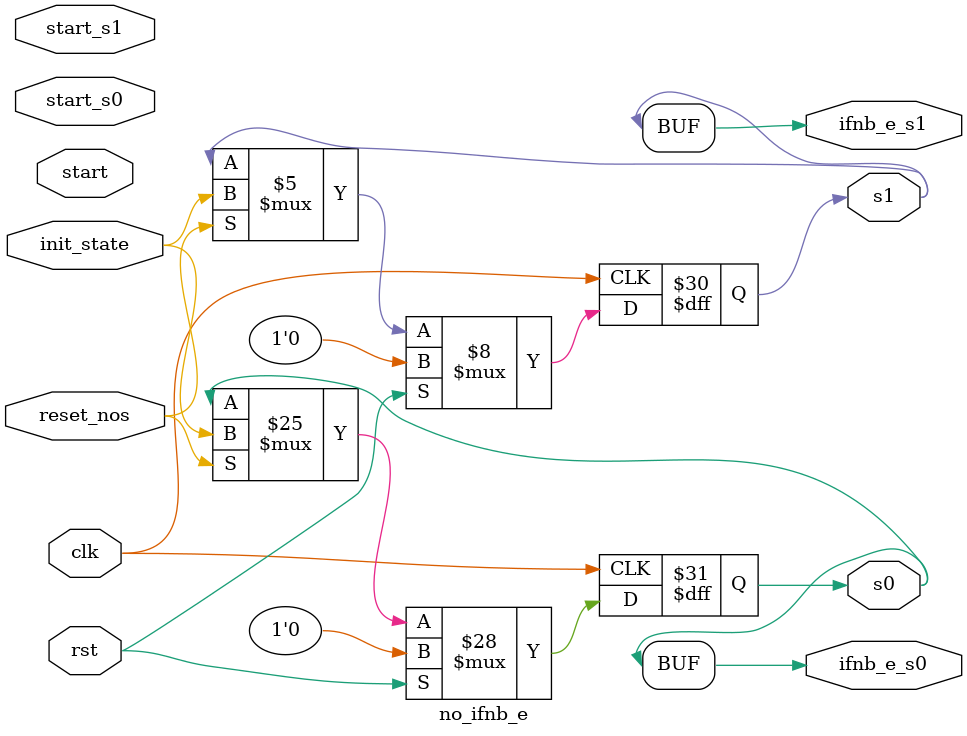
<source format=v>

module no_ifnb_e
(
  input clk,
  input start,
  input rst,
  input reset_nos,
  input start_s0,
  input start_s1,
  input init_state,
  output reg [1-1:0] s0,
  output reg [1-1:0] s1,
  output [1-1:0] ifnb_e_s0,
  output [1-1:0] ifnb_e_s1
);

  reg pass;

  always @(posedge clk) begin
    if(rst) begin
      s0 <= 1'd0;
      pass <= 1'b0;
    end else begin
      if(reset_nos) begin
        s0 <= init_state;
        pass <= 1;
      end else begin
        if(start_s0) begin
          if(pass) begin
            s0 <=  s0 ;
            pass <= 0;
          end else begin
            pass <= 1;
          end
        end 
      end
    end
  end


  always @(posedge clk) begin
    if(rst) begin
      s1 <= 1'd0;
    end else begin
      if(reset_nos) begin
        s1 <= init_state;
      end else begin
        if(start_s1) begin
          s1 <=  s1 ;
        end 
      end
    end
  end

  assign ifnb_e_s0 = s0;
  assign ifnb_e_s1 = s1;

endmodule

</source>
